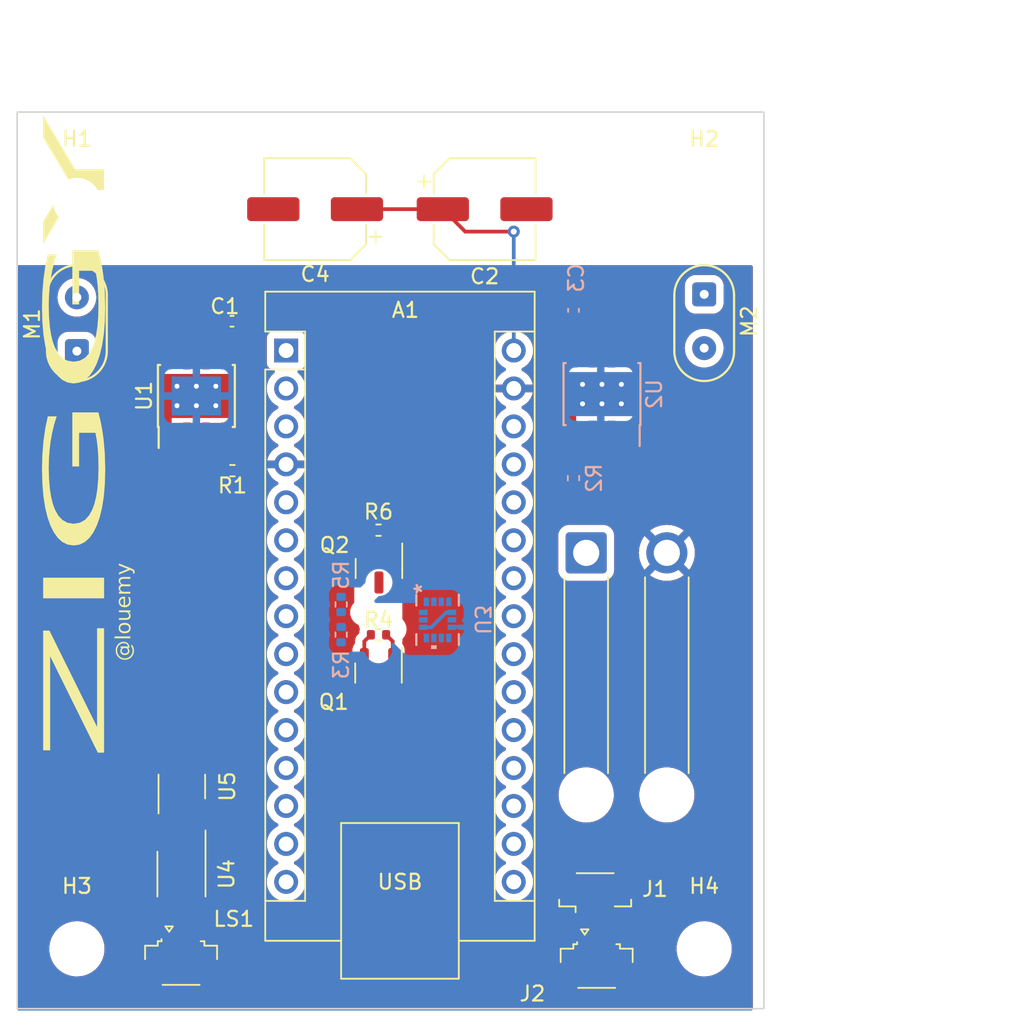
<source format=kicad_pcb>
(kicad_pcb (version 20221018) (generator pcbnew)
  (layers (0 "F.Cu" signal) (31 "B.Cu" signal) (34 "B.Paste" user) (35 "F.Paste" user) (36 "B.SilkS" user "B.Silkscreen") (37 "F.SilkS" user "F.Silkscreen") (38 "B.Mask" user) (39 "F.Mask" user) (44 "Edge.Cuts" user))
  (net 0 "")
  (net 1 "Net-(U1-ILIM)")
  (net 2 "GND")
  (net 3 "Net-(U2-ILIM)")
  (net 4 "+5V")
  (net 5 "SDA")
  (net 6 "+3.3V")
  (net 7 "SDA_3V3")
  (net 8 "SCL")
  (net 9 "SCL_3V3")
  (net 10 "D9 (PWM2)")
  (net 11 "D10 (PWM1)")
  (net 12 "+9V")
  (net 13 "Net-(M1-+)")
  (net 14 "Net-(M1--)")
  (net 15 "D5 (PWM4)")
  (net 16 "D6 (PWM3)")
  (net 17 "Net-(M2-+)")
  (net 18 "Net-(M2--)")
  (net 23 "D3 (PWM5)")
  (net 31 "Top Distance")
  (net 32 "Front Distance")
  (net 45 "Net-(U4-IN+)")
  (net 48 "Net-(U4-OUT+)")
  (net 49 "Net-(U4-OUT-)")
  (footprint "Capacitor_SMD:CP_Elec_6.3x9.9" (layer "F.Cu") (at 177.3 90.5)
    (fp_text reference "C2" (at 0 4.5) (layer "F.SilkS"))
    (fp_text value "22uF/63V")
    (fp_line (start -4.4375 -1.8475) (end -3.65 -1.8475) (stroke (width 0.12)) (layer "F.SilkS"))
    (fp_line (start -4.04375 -2.24125) (end -4.04375 -1.45375) (stroke (width 0.12)) (layer "F.SilkS"))
    (fp_line (start -3.41 -2.345563) (end -3.41 -1.06) (stroke (width 0.12)) (layer "F.SilkS"))
    (fp_line (start -3.41 -2.345563) (end -2.345563 -3.41) (stroke (width 0.12)) (layer "F.SilkS"))
    (fp_line (start -3.41 2.345563) (end -3.41 1.06) (stroke (width 0.12)) (layer "F.SilkS"))
    (fp_line (start -3.41 2.345563) (end -2.345563 3.41) (stroke (width 0.12)) (layer "F.SilkS"))
    (fp_line (start -2.345563 -3.41) (end 3.41 -3.41) (stroke (width 0.12)) (layer "F.SilkS"))
    (fp_line (start -2.345563 3.41) (end 3.41 3.41) (stroke (width 0.12)) (layer "F.SilkS"))
    (fp_line (start 3.41 -3.41) (end 3.41 -1.06) (stroke (width 0.12)) (layer "F.SilkS"))
    (fp_line (start 3.41 3.41) (end 3.41 1.06) (stroke (width 0.12)) (layer "F.SilkS"))
    (pad "1" smd roundrect (at -2.8 0) (size 3.5 1.6) (layers "F.Cu" "F.Paste" "F.Mask") (roundrect_rratio 0.15625) (net 12 "+9V"))
    (pad "2" smd roundrect (at 2.8 0) (size 3.5 1.6) (layers "F.Cu" "F.Paste" "F.Mask") (roundrect_rratio 0.15625) (net 2 "GND"))
  )
  (footprint "MountingHole:MountingHole_3.2mm_M3" (layer "F.Cu") (at 150 140)
    (fp_text reference "H3" (at 0 -4.2) (layer "F.SilkS"))
    (fp_text value "MountingHole")
    (pad "" np_thru_hole circle (at 0 0) (size 3.2 3.2) (drill 3.2) (layers "*.Cu" "*.Mask"))
  )
  (footprint "Package_TO_SOT_SMD:SOT-23-6" (layer "F.Cu") (at 157.025001 129.1375 90)
    (fp_text reference "U5" (at 0 3.050001 90) (layer "F.SilkS"))
    (fp_text value "MCP4725A1T-E/CH")
    (fp_line (start 0 -1.56) (end -1.8 -1.56) (stroke (width 0.12)) (layer "F.SilkS"))
    (fp_line (start 0 -1.56) (end 0.8 -1.56) (stroke (width 0.12)) (layer "F.SilkS"))
    (fp_line (start 0 1.56) (end -0.8 1.56) (stroke (width 0.12)) (layer "F.SilkS"))
    (fp_line (start 0 1.56) (end 0.8 1.56) (stroke (width 0.12)) (layer "F.SilkS"))
    (pad "1" smd roundrect (at -1.1375 -0.95 90) (size 1.325 0.6) (layers "F.Cu" "F.Paste" "F.Mask") (net 45 "Net-(U4-IN+)"))
    (pad "2" smd roundrect (at -1.1375 0 90) (size 1.325 0.6) (layers "F.Cu" "F.Paste" "F.Mask") (net 2 "GND"))
    (pad "3" smd roundrect (at -1.1375 0.95 90) (size 1.325 0.6) (layers "F.Cu" "F.Paste" "F.Mask") (net 4 "+5V"))
    (pad "4" smd roundrect (at 1.1375 0.95 90) (size 1.325 0.6) (layers "F.Cu" "F.Paste" "F.Mask") (net 5 "SDA"))
    (pad "5" smd roundrect (at 1.1375 0 90) (size 1.325 0.6) (layers "F.Cu" "F.Paste" "F.Mask") (net 8 "SCL"))
    (pad "6" smd roundrect (at 1.1375 -0.95 90) (size 1.325 0.6) (layers "F.Cu" "F.Paste" "F.Mask"))
  )
  (footprint "Connector_Wire:SolderWire-1sqmm_1x02_P5.4mm_D1.4mm_OD2.7mm_Relief" (layer "F.Cu") (at 184.099999 113.5)
    (fp_text reference "BT1" hide)
    (fp_text value "Battery")
    (fp_line (start -1.46 1.635) (end -1.46 14.74) (stroke (width 0.12)) (layer "F.SilkS"))
    (fp_line (start 1.46 1.635) (end 1.46 14.74) (stroke (width 0.12)) (layer "F.SilkS"))
    (fp_line (start 3.94 1.635) (end 3.94 14.74) (stroke (width 0.12)) (layer "F.SilkS"))
    (fp_line (start 6.86 1.635) (end 6.86 14.74) (stroke (width 0.12)) (layer "F.SilkS"))
    (pad "" np_thru_hole circle (at 0 16.2) (size 3.2 3.2) (drill 3.2) (layers "*.Cu" "*.Mask"))
    (pad "" np_thru_hole circle (at 5.4 16.2) (size 3.2 3.2) (drill 3.2) (layers "*.Cu" "*.Mask"))
    (pad "1" thru_hole roundrect (at 0 0) (size 2.75 2.75) (drill 1.75) (layers "*.Cu" "*.Mask") (roundrect_rratio 0.090909) (net 12 "+9V"))
    (pad "2" thru_hole circle (at 5.4 0) (size 2.75 2.75) (drill 1.75) (layers "*.Cu" "*.Mask") (net 2 "GND"))
  )
  (footprint "Module:Arduino_Nano" (layer "F.Cu") (at 164.01 99.96)
    (fp_text reference "A1" (at 7.99 -2.71 -360) (layer "F.SilkS"))
    (fp_text value "Arduino_Nano_Every")
    (fp_text user "USB" (at 7.62 35.56 unlocked) (layer "F.SilkS"))
    (fp_line (start -1.4 -3.94) (end -1.4 -1.27) (stroke (width 0.12)) (layer "F.SilkS"))
    (fp_line (start -1.4 1.27) (end -1.4 39.5) (stroke (width 0.12)) (layer "F.SilkS"))
    (fp_line (start -1.4 39.5) (end 3.68 39.5) (stroke (width 0.12)) (layer "F.SilkS"))
    (fp_line (start 1.27 -1.27) (end -1.4 -1.27) (stroke (width 0.12)) (layer "F.SilkS"))
    (fp_line (start 1.27 1.27) (end -1.4 1.27) (stroke (width 0.12)) (layer "F.SilkS"))
    (fp_line (start 1.27 1.27) (end 1.27 -1.27) (stroke (width 0.12)) (layer "F.SilkS"))
    (fp_line (start 1.27 1.27) (end 1.27 36.83) (stroke (width 0.12)) (layer "F.SilkS"))
    (fp_line (start 1.27 36.83) (end -1.4 36.83) (stroke (width 0.12)) (layer "F.SilkS"))
    (fp_line (start 3.68 31.62) (end 11.56 31.62) (stroke (width 0.12)) (layer "F.SilkS"))
    (fp_line (start 3.68 42.04) (end 3.68 31.62) (stroke (width 0.12)) (layer "F.SilkS"))
    (fp_line (start 11.56 31.62) (end 11.56 42.04) (stroke (width 0.12)) (layer "F.SilkS"))
    (fp_line (start 11.56 42.04) (end 3.68 42.04) (stroke (width 0.12)) (layer "F.SilkS"))
    (fp_line (start 13.97 -1.27) (end 13.97 36.83) (stroke (width 0.12)) (layer "F.SilkS"))
    (fp_line (start 13.97 -1.27) (end 16.64 -1.27) (stroke (width 0.12)) (layer "F.SilkS"))
    (fp_line (start 13.97 36.83) (end 16.64 36.83) (stroke (width 0.12)) (layer "F.SilkS"))
    (fp_line (start 16.64 -3.94) (end -1.4 -3.94) (stroke (width 0.12)) (layer "F.SilkS"))
    (fp_line (start 16.64 39.5) (end 11.56 39.5) (stroke (width 0.12)) (layer "F.SilkS"))
    (fp_line (start 16.64 39.5) (end 16.64 -3.94) (stroke (width 0.12)) (layer "F.SilkS"))
    (pad "1" thru_hole rect (at 0 0) (size 1.6 1.6) (drill 1) (layers "*.Cu" "*.Mask"))
    (pad "2" thru_hole oval (at 0 2.54) (size 1.6 1.6) (drill 1) (layers "*.Cu" "*.Mask"))
    (pad "3" thru_hole oval (at 0 5.08) (size 1.6 1.6) (drill 1) (layers "*.Cu" "*.Mask"))
    (pad "4" thru_hole oval (at 0 7.62) (size 1.6 1.6) (drill 1) (layers "*.Cu" "*.Mask") (net 2 "GND"))
    (pad "5" thru_hole oval (at 0 10.16) (size 1.6 1.6) (drill 1) (layers "*.Cu" "*.Mask"))
    (pad "6" thru_hole oval (at 0 12.7) (size 1.6 1.6) (drill 1) (layers "*.Cu" "*.Mask") (net 23 "D3 (PWM5)"))
    (pad "7" thru_hole oval (at 0 15.24) (size 1.6 1.6) (drill 1) (layers "*.Cu" "*.Mask"))
    (pad "8" thru_hole oval (at 0 17.78) (size 1.6 1.6) (drill 1) (layers "*.Cu" "*.Mask") (net 15 "D5 (PWM4)"))
    (pad "9" thru_hole oval (at 0 20.32) (size 1.6 1.6) (drill 1) (layers "*.Cu" "*.Mask") (net 16 "D6 (PWM3)"))
    (pad "10" thru_hole oval (at 0 22.86) (size 1.6 1.6) (drill 1) (layers "*.Cu" "*.Mask"))
    (pad "11" thru_hole oval (at 0 25.4) (size 1.6 1.6) (drill 1) (layers "*.Cu" "*.Mask"))
    (pad "12" thru_hole oval (at 0 27.94) (size 1.6 1.6) (drill 1) (layers "*.Cu" "*.Mask") (net 10 "D9 (PWM2)"))
    (pad "13" thru_hole oval (at 0 30.48) (size 1.6 1.6) (drill 1) (layers "*.Cu" "*.Mask") (net 11 "D10 (PWM1)"))
    (pad "14" thru_hole oval (at 0 33.02) (size 1.6 1.6) (drill 1) (layers "*.Cu" "*.Mask"))
    (pad "15" thru_hole oval (at 0 35.56) (size 1.6 1.6) (drill 1) (layers "*.Cu" "*.Mask"))
    (pad "16" thru_hole oval (at 15.24 35.56) (size 1.6 1.6) (drill 1) (layers "*.Cu" "*.Mask"))
    (pad "17" thru_hole oval (at 15.24 33.02) (size 1.6 1.6) (drill 1) (layers "*.Cu" "*.Mask") (net 6 "+3.3V"))
    (pad "18" thru_hole oval (at 15.24 30.48) (size 1.6 1.6) (drill 1) (layers "*.Cu" "*.Mask"))
    (pad "19" thru_hole oval (at 15.24 27.94) (size 1.6 1.6) (drill 1) (layers "*.Cu" "*.Mask") (net 31 "Top Distance"))
    (pad "20" thru_hole oval (at 15.24 25.4) (size 1.6 1.6) (drill 1) (layers "*.Cu" "*.Mask") (net 32 "Front Distance"))
    (pad "21" thru_hole oval (at 15.24 22.86) (size 1.6 1.6) (drill 1) (layers "*.Cu" "*.Mask"))
    (pad "22" thru_hole oval (at 15.24 20.32) (size 1.6 1.6) (drill 1) (layers "*.Cu" "*.Mask"))
    (pad "23" thru_hole oval (at 15.24 17.78) (size 1.6 1.6) (drill 1) (layers "*.Cu" "*.Mask") (net 5 "SDA"))
    (pad "24" thru_hole oval (at 15.24 15.24) (size 1.6 1.6) (drill 1) (layers "*.Cu" "*.Mask") (net 8 "SCL"))
    (pad "25" thru_hole oval (at 15.24 12.7) (size 1.6 1.6) (drill 1) (layers "*.Cu" "*.Mask"))
    (pad "26" thru_hole oval (at 15.24 10.16) (size 1.6 1.6) (drill 1) (layers "*.Cu" "*.Mask"))
    (pad "27" thru_hole oval (at 15.24 7.62) (size 1.6 1.6) (drill 1) (layers "*.Cu" "*.Mask") (net 4 "+5V"))
    (pad "28" thru_hole oval (at 15.24 5.08) (size 1.6 1.6) (drill 1) (layers "*.Cu" "*.Mask"))
    (pad "29" thru_hole oval (at 15.24 2.54) (size 1.6 1.6) (drill 1) (layers "*.Cu" "*.Mask") (net 2 "GND"))
    (pad "30" thru_hole oval (at 15.24 0) (size 1.6 1.6) (drill 1) (layers "*.Cu" "*.Mask") (net 12 "+9V"))
  )
  (footprint "Capacitor_SMD:C_0402_1005Metric" (layer "F.Cu") (at 160.385 98 180)
    (fp_text reference "C1" (at 0.48 1) (layer "F.SilkS"))
    (fp_text value "0.1uF/50V")
    (fp_line (start -0.107836 -0.36) (end 0.107836 -0.36) (stroke (width 0.12)) (layer "F.SilkS"))
    (fp_line (start -0.107836 0.36) (end 0.107836 0.36) (stroke (width 0.12)) (layer "F.SilkS"))
    (pad "1" smd roundrect (at -0.48 0 180) (size 0.56 0.62) (layers "F.Cu" "F.Paste" "F.Mask") (net 2 "GND"))
    (pad "2" smd roundrect (at 0.48 0 180) (size 0.56 0.62) (layers "F.Cu" "F.Paste" "F.Mask") (net 12 "+9V"))
  )
  (footprint "Connector_JST:JST_SUR_SM03B-SURS-TF_1x03-1MP_P0.80mm_Horizontal" (layer "F.Cu") (at 184.8 141.2)
    (fp_text reference "J2" (at -4.3 1.8) (layer "F.SilkS"))
    (fp_text value "IR Distance Sensor FRONT")
    (fp_line (start -2.41 -1.21) (end -1.56 -1.21) (stroke (width 0.12)) (layer "F.SilkS"))
    (fp_line (start -2.41 -0.31) (end -2.41 -1.21) (stroke (width 0.12)) (layer "F.SilkS"))
    (fp_line (start -1.56 -1.51) (end -1.31 -1.51) (stroke (width 0.12)) (layer "F.SilkS"))
    (fp_line (start -1.56 -1.21) (end -1.56 -1.51) (stroke (width 0.12)) (layer "F.SilkS"))
    (fp_line (start -1.31 -1.51) (end -1.31 -1.65) (stroke (width 0.12)) (layer "F.SilkS"))
    (fp_line (start -1.24 1.41) (end 1.24 1.41) (stroke (width 0.12)) (layer "F.SilkS"))
    (fp_line (start -1.05 -2.503553) (end -0.8 -2.15) (stroke (width 0.12)) (layer "F.SilkS"))
    (fp_line (start -0.8 -2.15) (end -0.55 -2.503553) (stroke (width 0.12)) (layer "F.SilkS"))
    (fp_line (start -0.55 -2.503553) (end -1.05 -2.503553) (stroke (width 0.12)) (layer "F.SilkS"))
    (fp_line (start 1.56 -1.51) (end 1.31 -1.51) (stroke (width 0.12)) (layer "F.SilkS"))
    (fp_line (start 1.56 -1.21) (end 1.56 -1.51) (stroke (width 0.12)) (layer "F.SilkS"))
    (fp_line (start 2.41 -1.21) (end 1.56 -1.21) (stroke (width 0.12)) (layer "F.SilkS"))
    (fp_line (start 2.41 -0.31) (end 2.41 -1.21) (stroke (width 0.12)) (layer "F.SilkS"))
    (pad "1" smd roundrect (at -0.8 -1.15) (size 0.5 1) (layers "F.Cu" "F.Paste" "F.Mask") (net 2 "GND"))
    (pad "2" smd roundrect (at 0 -1.15) (size 0.5 1) (layers "F.Cu" "F.Paste" "F.Mask") (net 6 "+3.3V"))
    (pad "3" smd roundrect (at 0.8 -1.15) (size 0.5 1) (layers "F.Cu" "F.Paste" "F.Mask") (net 32 "Front Distance"))
    (pad "MP" smd roundrect (at -2.1 0.8) (size 1.2 1.7) (layers "F.Cu" "F.Paste" "F.Mask") (roundrect_rratio 0.208333))
    (pad "MP" smd roundrect (at 2.1 0.8) (size 1.2 1.7) (layers "F.Cu" "F.Paste" "F.Mask") (roundrect_rratio 0.208333))
  )
  (footprint "Package_TO_SOT_SMD:SOT-23" (layer "F.Cu") (at 170.1937 121.545 -90)
    (fp_text reference "Q1" (at 1.9375 3 -360) (layer "F.SilkS"))
    (fp_text value "BSS138")
    (fp_line (start 0 -1.56) (end -1.675 -1.56) (stroke (width 0.12)) (layer "F.SilkS"))
    (fp_line (start 0 -1.56) (end 0.65 -1.56) (stroke (width 0.12)) (layer "F.SilkS"))
    (fp_line (start 0 1.56) (end -0.65 1.56) (stroke (width 0.12)) (layer "F.SilkS"))
    (fp_line (start 0 1.56) (end 0.65 1.56) (stroke (width 0.12)) (layer "F.SilkS"))
    (pad "1" smd roundrect (at -0.9375 -0.95 270) (size 1.475 0.6) (layers "F.Cu" "F.Paste" "F.Mask") (net 6 "+3.3V"))
    (pad "2" smd roundrect (at -0.9375 0.95 270) (size 1.475 0.6) (layers "F.Cu" "F.Paste" "F.Mask") (net 7 "SDA_3V3"))
    (pad "3" smd roundrect (at 0.9375 0 270) (size 1.475 0.6) (layers "F.Cu" "F.Paste" "F.Mask") (net 5 "SDA"))
  )
  (footprint "Resistor_SMD:R_0402_1005Metric" (layer "F.Cu") (at 170.193699 111.9825 180)
    (fp_text reference "R6" (at 0 1.2325) (layer "F.SilkS"))
    (fp_text value "10k")
    (fp_line (start -0.153641 -0.38) (end 0.153641 -0.38) (stroke (width 0.12)) (layer "F.SilkS"))
    (fp_line (start -0.153641 0.38) (end 0.153641 0.38) (stroke (width 0.12)) (layer "F.SilkS"))
    (pad "1" smd roundrect (at -0.51 0 180) (size 0.54 0.64) (layers "F.Cu" "F.Paste" "F.Mask") (net 6 "+3.3V"))
    (pad "2" smd roundrect (at 0.51 0 180) (size 0.54 0.64) (layers "F.Cu" "F.Paste" "F.Mask") (net 9 "SCL_3V3"))
  )
  (footprint "Connector_JST:JST_SUR_SM03B-SURS-TF_1x03-1MP_P0.80mm_Horizontal" (layer "F.Cu") (at 156.975 141)
    (fp_text reference "LS1" (at 3.525 -3 180) (layer "F.SilkS"))
    (fp_text value "Speaker")
    (fp_line (start -2.41 -1.21) (end -1.56 -1.21) (stroke (width 0.12)) (layer "F.SilkS"))
    (fp_line (start -2.41 -0.31) (end -2.41 -1.21) (stroke (width 0.12)) (layer "F.SilkS"))
    (fp_line (start -1.56 -1.51) (end -1.31 -1.51) (stroke (width 0.12)) (layer "F.SilkS"))
    (fp_line (start -1.56 -1.21) (end -1.56 -1.51) (stroke (width 0.12)) (layer "F.SilkS"))
    (fp_line (start -1.31 -1.51) (end -1.31 -1.65) (stroke (width 0.12)) (layer "F.SilkS"))
    (fp_line (start -1.24 1.41) (end 1.24 1.41) (stroke (width 0.12)) (layer "F.SilkS"))
    (fp_line (start -1.05 -2.503553) (end -0.8 -2.15) (stroke (width 0.12)) (layer "F.SilkS"))
    (fp_line (start -0.8 -2.15) (end -0.55 -2.503553) (stroke (width 0.12)) (layer "F.SilkS"))
    (fp_line (start -0.55 -2.503553) (end -1.05 -2.503553) (stroke (width 0.12)) (layer "F.SilkS"))
    (fp_line (start 1.56 -1.51) (end 1.31 -1.51) (stroke (width 0.12)) (layer "F.SilkS"))
    (fp_line (start 1.56 -1.21) (end 1.56 -1.51) (stroke (width 0.12)) (layer "F.SilkS"))
    (fp_line (start 2.41 -1.21) (end 1.56 -1.21) (stroke (width 0.12)) (layer "F.SilkS"))
    (fp_line (start 2.41 -0.31) (end 2.41 -1.21) (stroke (width 0.12)) (layer "F.SilkS"))
    (pad "1" smd roundrect (at -0.8 -1.15) (size 0.5 1) (layers "F.Cu" "F.Paste" "F.Mask") (net 48 "Net-(U4-OUT+)"))
    (pad "2" smd roundrect (at 0 -1.15) (size 0.5 1) (layers "F.Cu" "F.Paste" "F.Mask") (net 49 "Net-(U4-OUT-)"))
    (pad "3" smd roundrect (at 0.8 -1.15) (size 0.5 1) (layers "F.Cu" "F.Paste" "F.Mask"))
    (pad "MP" smd roundrect (at -2.1 0.8) (size 1.2 1.7) (layers "F.Cu" "F.Paste" "F.Mask") (roundrect_rratio 0.208333))
    (pad "MP" smd roundrect (at 2.1 0.8) (size 1.2 1.7) (layers "F.Cu" "F.Paste" "F.Mask") (roundrect_rratio 0.208333))
  )
  (footprint "Connector_Wire:SolderWire-0.1sqmm_1x02_P3.6mm_D0.4mm_OD1mm" (layer "F.Cu") (at 192 96.2 -90)
    (fp_text reference "M2" (at 1.8 -3 90) (layer "F.SilkS"))
    (fp_text value "Left Motor")
    (pad "1" thru_hole roundrect (at 0 0 270) (size 1.6 1.6) (drill 0.6) (layers "*.Cu" "*.Mask") (roundrect_rratio 0.15625) (net 17 "Net-(M2-+)"))
    (pad "2" thru_hole circle (at 3.6 0 270) (size 1.6 1.6) (drill 0.6) (layers "*.Cu" "*.Mask") (net 18 "Net-(M2--)"))
  )
  (footprint "MountingHole:MountingHole_3.2mm_M3" (layer "F.Cu") (at 192 90)
    (fp_text reference "H2" (at 0 -4.2) (layer "F.SilkS"))
    (fp_text value "MountingHole")
    (pad "" np_thru_hole circle (at 0 0) (size 3.2 3.2) (drill 3.2) (layers "*.Cu" "*.Mask"))
  )
  (footprint "Resistor_SMD:R_0402_1005Metric" (layer "F.Cu") (at 160.415 108)
    (fp_text reference "R1" (at 0 1) (layer "F.SilkS"))
    (fp_text value "30k")
    (fp_line (start -0.153641 -0.38) (end 0.153641 -0.38) (stroke (width 0.12)) (layer "F.SilkS"))
    (fp_line (start -0.153641 0.38) (end 0.153641 0.38) (stroke (width 0.12)) (layer "F.SilkS"))
    (pad "1" smd roundrect (at -0.51 0) (size 0.54 0.64) (layers "F.Cu" "F.Paste" "F.Mask") (net 1 "Net-(U1-ILIM)"))
    (pad "2" smd roundrect (at 0.51 0) (size 0.54 0.64) (layers "F.Cu" "F.Paste" "F.Mask") (net 2 "GND"))
  )
  (footprint "Connector_JST:JST_SUR_BM03B-SURS-TF_1x03-1MP_P0.80mm_Vertical" (layer "F.Cu") (at 184.7 136.15)
    (fp_text reference "J1" (at 4 -0.15) (layer "F.SilkS"))
    (fp_text value "IR Distance Sensor TOP")
    (fp_line (start -2.41 0.56) (end -2.41 1.01) (stroke (width 0.12)) (layer "F.SilkS"))
    (fp_line (start -2.41 1.01) (end -1.31 1.01) (stroke (width 0.12)) (layer "F.SilkS"))
    (fp_line (start -1.31 1.01) (end -1.31 1.4) (stroke (width 0.12)) (layer "F.SilkS"))
    (fp_line (start -1.24 -1.21) (end 1.24 -1.21) (stroke (width 0.12)) (layer "F.SilkS"))
    (fp_line (start 2.41 0.56) (end 2.41 1.01) (stroke (width 0.12)) (layer "F.SilkS"))
    (fp_line (start 2.41 1.01) (end 1.31 1.01) (stroke (width 0.12)) (layer "F.SilkS"))
    (pad "1" smd roundrect (at -0.8 0.85) (size 0.5 1.1) (layers "F.Cu" "F.Paste" "F.Mask") (net 2 "GND"))
    (pad "2" smd roundrect (at 0 0.85) (size 0.5 1.1) (layers "F.Cu" "F.Paste" "F.Mask") (net 6 "+3.3V"))
    (pad "3" smd roundrect (at 0.8 0.85) (size 0.5 1.1) (layers "F.Cu" "F.Paste" "F.Mask") (net 31 "Top Distance"))
    (pad "MP" smd roundrect (at -2.1 -0.55) (size 1.2 1.7) (layers "F.Cu" "F.Paste" "F.Mask") (roundrect_rratio 0.208333))
    (pad "MP" smd roundrect (at 2.1 -0.55) (size 1.2 1.7) (layers "F.Cu" "F.Paste" "F.Mask") (roundrect_rratio 0.208333))
  )
  (footprint "Resistor_SMD:R_0402_1005Metric" (layer "F.Cu") (at 170.1937 118.9825 180)
    (fp_text reference "R4" (at 0 1) (layer "F.SilkS"))
    (fp_text value "10k")
    (fp_line (start -0.153641 -0.38) (end 0.153641 -0.38) (stroke (width 0.12)) (layer "F.SilkS"))
    (fp_line (start -0.153641 0.38) (end 0.153641 0.38) (stroke (width 0.12)) (layer "F.SilkS"))
    (pad "1" smd roundrect (at -0.51 0 180) (size 0.54 0.64) (layers "F.Cu" "F.Paste" "F.Mask") (net 6 "+3.3V"))
    (pad "2" smd roundrect (at 0.51 0 180) (size 0.54 0.64) (layers "F.Cu" "F.Paste" "F.Mask") (net 7 "SDA_3V3"))
  )
  (footprint "Connector_Wire:SolderWire-0.1sqmm_1x02_P3.6mm_D0.4mm_OD1mm" (layer "F.Cu") (at 150 100 90)
    (fp_text reference "M1" (at 1.8 -3 90) (layer "F.SilkS"))
    (fp_text value "Left Motor")
    (pad "1" thru_hole roundrect (at 0 0 90) (size 1.6 1.6) (drill 0.6) (layers "*.Cu" "*.Mask") (roundrect_rratio 0.15625) (net 13 "Net-(M1-+)"))
    (pad "2" thru_hole circle (at 3.6 0 90) (size 1.6 1.6) (drill 0.6) (layers "*.Cu" "*.Mask") (net 14 "Net-(M1--)"))
  )
  (footprint "MountingHole:MountingHole_3.2mm_M3" (layer "F.Cu") (at 192 140)
    (fp_text reference "H4" (at 0 -4.2) (layer "F.SilkS"))
    (fp_text value "MountingHole")
    (pad "" np_thru_hole circle (at 0 0) (size 3.2 3.2) (drill 3.2) (layers "*.Cu" "*.Mask"))
  )
  (footprint "Package_SO:MSOP-8_3x3mm_P0.65mm" (layer "F.Cu") (at 157 135 -90)
    (fp_text reference "U4" (at 0 -3.025 90) (layer "F.SilkS"))
    (fp_text value "PAM8302AAS")
    (fp_line (start 0 -1.61) (end -2.925 -1.61) (stroke (width 0.12)) (layer "F.SilkS"))
    (fp_line (start 0 -1.61) (end 1.5 -1.61) (stroke (width 0.12)) (layer "F.SilkS"))
    (fp_line (start 0 1.61) (end -1.5 1.61) (stroke (width 0.12)) (layer "F.SilkS"))
    (fp_line (start 0 1.61) (end 1.5 1.61) (stroke (width 0.12)) (layer "F.SilkS"))
    (pad "1" smd roundrect (at -2.1125 -0.975 270) (size 1.625 0.4) (layers "F.Cu" "F.Paste" "F.Mask") (net 4 "+5V"))
    (pad "2" smd roundrect (at -2.1125 -0.325 270) (size 1.625 0.4) (layers "F.Cu" "F.Paste" "F.Mask"))
    (pad "3" smd roundrect (at -2.1125 0.325 270) (size 1.625 0.4) (layers "F.Cu" "F.Paste" "F.Mask") (net 45 "Net-(U4-IN+)"))
    (pad "4" smd roundrect (at -2.1125 0.975 270) (size 1.625 0.4) (layers "F.Cu" "F.Paste" "F.Mask") (net 2 "GND"))
    (pad "5" smd roundrect (at 2.1125 0.975 270) (size 1.625 0.4) (layers "F.Cu" "F.Paste" "F.Mask") (net 48 "Net-(U4-OUT+)"))
    (pad "6" smd roundrect (at 2.1125 0.325 270) (size 1.625 0.4) (layers "F.Cu" "F.Paste" "F.Mask") (net 4 "+5V"))
    (pad "7" smd roundrect (at 2.1125 -0.325 270) (size 1.625 0.4) (layers "F.Cu" "F.Paste" "F.Mask") (net 2 "GND"))
    (pad "8" smd roundrect (at 2.1125 -0.975 270) (size 1.625 0.4) (layers "F.Cu" "F.Paste" "F.Mask") (net 49 "Net-(U4-OUT-)"))
  )
  (footprint "MountingHole:MountingHole_3.2mm_M3" (layer "F.Cu") (at 150 90)
    (fp_text reference "H1" (at 0 -4.2) (layer "F.SilkS"))
    (fp_text value "MountingHole")
    (pad "" np_thru_hole circle (at 0 0) (size 3.2 3.2) (drill 3.2) (layers "*.Cu" "*.Mask"))
  )
  (footprint "Package_TO_SOT_SMD:SOT-23" (layer "F.Cu") (at 170.2237 114.545 -90)
    (fp_text reference "Q2" (at -1.5625 2.97 -360) (layer "F.SilkS"))
    (fp_text value "BSS138")
    (fp_line (start 0 -1.56) (end -1.675 -1.56) (stroke (width 0.12)) (layer "F.SilkS"))
    (fp_line (start 0 -1.56) (end 0.65 -1.56) (stroke (width 0.12)) (layer "F.SilkS"))
    (fp_line (start 0 1.56) (end -0.65 1.56) (stroke (width 0.12)) (layer "F.SilkS"))
    (fp_line (start 0 1.56) (end 0.65 1.56) (stroke (width 0.12)) (layer "F.SilkS"))
    (pad "1" smd roundrect (at -0.9375 -0.95 270) (size 1.475 0.6) (layers "F.Cu" "F.Paste" "F.Mask") (net 6 "+3.3V"))
    (pad "2" smd roundrect (at -0.9375 0.95 270) (size 1.475 0.6) (layers "F.Cu" "F.Paste" "F.Mask") (net 9 "SCL_3V3"))
    (pad "3" smd roundrect (at 0.9375 0 270) (size 1.475 0.6) (layers "F.Cu" "F.Paste" "F.Mask") (net 8 "SCL"))
  )
  (footprint "Capacitor_SMD:CP_Elec_6.3x9.9" (layer "F.Cu") (at 165.95 90.5 180)
    (fp_text reference "C4" (at 0 -4.35) (layer "F.SilkS"))
    (fp_text value "22uF/63V")
    (fp_line (start -4.4375 -1.8475) (end -3.65 -1.8475) (stroke (width 0.12)) (layer "F.SilkS"))
    (fp_line (start -4.04375 -2.24125) (end -4.04375 -1.45375) (stroke (width 0.12)) (layer "F.SilkS"))
    (fp_line (start -3.41 -2.345563) (end -3.41 -1.06) (stroke (width 0.12)) (layer "F.SilkS"))
    (fp_line (start -3.41 -2.345563) (end -2.345563 -3.41) (stroke (width 0.12)) (layer "F.SilkS"))
    (fp_line (start -3.41 2.345563) (end -3.41 1.06) (stroke (width 0.12)) (layer "F.SilkS"))
    (fp_line (start -3.41 2.345563) (end -2.345563 3.41) (stroke (width 0.12)) (layer "F.SilkS"))
    (fp_line (start -2.345563 -3.41) (end 3.41 -3.41) (stroke (width 0.12)) (layer "F.SilkS"))
    (fp_line (start -2.345563 3.41) (end 3.41 3.41) (stroke (width 0.12)) (layer "F.SilkS"))
    (fp_line (start 3.41 -3.41) (end 3.41 -1.06) (stroke (width 0.12)) (layer "F.SilkS"))
    (fp_line (start 3.41 3.41) (end 3.41 1.06) (stroke (width 0.12)) (layer "F.SilkS"))
    (pad "1" smd roundrect (at -2.8 0 180) (size 3.5 1.6) (layers "F.Cu" "F.Paste" "F.Mask") (roundrect_rratio 0.15625) (net 12 "+9V"))
    (pad "2" smd roundrect (at 2.8 0 180) (size 3.5 1.6) (layers "F.Cu" "F.Paste" "F.Mask") (roundrect_rratio 0.15625) (net 2 "GND"))
  )
  (footprint "Package_SO:Texas_HTSOP-8-1EP_3.9x4.9mm_P1.27mm_EP2.95x4.9mm_Mask2.4x3.1mm_ThermalVias" (layer "F.Cu") (at 158 103 90)
    (fp_text reference "U1" (at 0 -3.5 90) (layer "F.SilkS"))
    (fp_text value "DRV8871DDA")
    (fp_line (start -2.075 -2.575) (end -2.075 -2.525) (stroke (width 0.15)) (layer "F.SilkS"))
    (fp_line (start -2.075 -2.575) (end 2.075 -2.575) (stroke (width 0.15)) (layer "F.SilkS"))
    (fp_line (start -2.075 -2.525) (end -3.475 -2.525) (stroke (width 0.15)) (layer "F.SilkS"))
    (fp_line (start -2.075 2.575) (end -2.075 2.43) (stroke (width 0.15)) (layer "F.SilkS"))
    (fp_line (start -2.075 2.575) (end 2.075 2.575) (stroke (width 0.15)) (layer "F.SilkS"))
    (fp_line (start 2.075 -2.575) (end 2.075 -2.43) (stroke (width 0.15)) (layer "F.SilkS"))
    (fp_line (start 2.075 2.575) (end 2.075 2.43) (stroke (width 0.15)) (layer "F.SilkS"))
    (pad "1" smd rect (at -2.875 -1.905 90) (size 2.2 0.5) (layers "F.Cu" "F.Paste" "F.Mask") (net 2 "GND"))
    (pad "2" smd rect (at -2.875 -0.635 90) (size 2.2 0.5) (layers "F.Cu" "F.Paste" "F.Mask") (net 10 "D9 (PWM2)"))
    (pad "3" smd rect (at -2.875 0.635 90) (size 2.2 0.5) (layers "F.Cu" "F.Paste" "F.Mask") (net 11 "D10 (PWM1)"))
    (pad "4" smd rect (at -2.875 1.905 90) (size 2.2 0.5) (layers "F.Cu" "F.Paste" "F.Mask") (net 1 "Net-(U1-ILIM)"))
    (pad "5" smd rect (at 2.875 1.905 90) (size 2.2 0.5) (layers "F.Cu" "F.Paste" "F.Mask") (net 12 "+9V"))
    (pad "6" smd rect (at 2.875 0.635 90) (size 2.2 0.5) (layers "F.Cu" "F.Paste" "F.Mask") (net 13 "Net-(M1-+)"))
    (pad "7" smd rect (at 2.875 -0.635 90) (size 2.2 0.5) (layers "F.Cu" "F.Paste" "F.Mask") (net 2 "GND"))
    (pad "8" smd rect (at 2.875 -1.905 90) (size 2.2 0.5) (layers "F.Cu" "F.Paste" "F.Mask") (net 14 "Net-(M1--)"))
    (pad "9" thru_hole circle (at -0.65 -1.3 90) (size 0.63 0.63) (drill 0.33) (layers "*.Cu" "*.Mask") (net 2 "GND"))
    (pad "9" thru_hole circle (at -0.65 0 90) (size 0.63 0.63) (drill 0.33) (layers "*.Cu" "*.Mask") (net 2 "GND"))
    (pad "9" thru_hole circle (at -0.65 1.3 90) (size 0.63 0.63) (drill 0.33) (layers "*.Cu" "*.Mask") (net 2 "GND"))
    (pad "9" smd rect (at 0 0 90) (size 2.6 3.3) (layers "B.Cu") (net 2 "GND"))
    (pad "9" smd rect (at 0 0 90) (size 2.95 4.9) (layers "F.Cu") (net 2 "GND"))
    (pad "9" thru_hole circle (at 0.65 -1.3 90) (size 0.63 0.63) (drill 0.33) (layers "*.Cu" "*.Mask") (net 2 "GND"))
    (pad "9" thru_hole circle (at 0.65 0 90) (size 0.63 0.63) (drill 0.33) (layers "*.Cu" "*.Mask") (net 2 "GND"))
    (pad "9" thru_hole circle (at 0.65 1.3 90) (size 0.63 0.63) (drill 0.33) (layers "*.Cu" "*.Mask") (net 2 "GND"))
  )
  (footprint "Capacitor_SMD:C_0402_1005Metric" (layer "B.Cu") (at 183.25 97.27 -90)
    (fp_text reference "C3" (at -2.171651 -0.176777 90) (layer "B.SilkS") (effects (justify mirror)))
    (fp_text value "0.1uF/50V")
    (fp_line (start -0.107836 -0.36) (end 0.107836 -0.36) (stroke (width 0.12)) (layer "B.SilkS"))
    (fp_line (start -0.107836 0.36) (end 0.107836 0.36) (stroke (width 0.12)) (layer "B.SilkS"))
    (pad "1" smd roundrect (at -0.48 0 270) (size 0.56 0.62) (layers "B.Cu" "B.Paste" "B.Mask") (net 2 "GND"))
    (pad "2" smd roundrect (at 0.48 0 270) (size 0.56 0.62) (layers "B.Cu" "B.Paste" "B.Mask") (net 12 "+9V"))
  )
  (footprint "Resistor_SMD:R_0402_1005Metric" (layer "B.Cu") (at 183.25 108.5 -90)
    (fp_text reference "R2" (at 0 -1.375 -270) (layer "B.SilkS") (effects (justify mirror)))
    (fp_text value "30k")
    (fp_line (start -0.153641 -0.38) (end 0.153641 -0.38) (stroke (width 0.12)) (layer "B.SilkS"))
    (fp_line (start -0.153641 0.38) (end 0.153641 0.38) (stroke (width 0.12)) (layer "B.SilkS"))
    (pad "1" smd roundrect (at -0.51 0 270) (size 0.54 0.64) (layers "B.Cu" "B.Paste" "B.Mask") (net 3 "Net-(U2-ILIM)"))
    (pad "2" smd roundrect (at 0.51 0 270) (size 0.54 0.64) (layers "B.Cu" "B.Paste" "B.Mask") (net 2 "GND"))
  )
  (footprint "Package_SO:Texas_HTSOP-8-1EP_3.9x4.9mm_P1.27mm_EP2.95x4.9mm_Mask2.4x3.1mm_ThermalVias" (layer "B.Cu") (at 185.155 102.875 90)
    (fp_text reference "U2" (at 0 3.5 90) (layer "B.SilkS") (effects (justify mirror)))
    (fp_text value "DRV8871DDA")
    (fp_line (start -2.075 -2.575) (end -2.075 -2.43) (stroke (width 0.15)) (layer "B.SilkS"))
    (fp_line (start -2.075 -2.575) (end 2.075 -2.575) (stroke (width 0.15)) (layer "B.SilkS"))
    (fp_line (start -2.075 2.525) (end -3.475 2.525) (stroke (width 0.15)) (layer "B.SilkS"))
    (fp_line (start -2.075 2.575) (end -2.075 2.525) (stroke (width 0.15)) (layer "B.SilkS"))
    (fp_line (start -2.075 2.575) (end 2.075 2.575) (stroke (width 0.15)) (layer "B.SilkS"))
    (fp_line (start 2.075 -2.575) (end 2.075 -2.43) (stroke (width 0.15)) (layer "B.SilkS"))
    (fp_line (start 2.075 2.575) (end 2.075 2.43) (stroke (width 0.15)) (layer "B.SilkS"))
    (pad "1" smd rect (at -2.875 1.905 90) (size 2.2 0.5) (layers "B.Cu" "B.Paste" "B.Mask") (net 2 "GND"))
    (pad "2" smd rect (at -2.875 0.635 90) (size 2.2 0.5) (layers "B.Cu" "B.Paste" "B.Mask") (net 15 "D5 (PWM4)"))
    (pad "3" smd rect (at -2.875 -0.635 90) (size 2.2 0.5) (layers "B.Cu" "B.Paste" "B.Mask") (net 16 "D6 (PWM3)"))
    (pad "4" smd rect (at -2.875 -1.905 90) (size 2.2 0.5) (layers "B.Cu" "B.Paste" "B.Mask") (net 3 "Net-(U2-ILIM)"))
    (pad "5" smd rect (at 2.875 -1.905 90) (size 2.2 0.5) (layers "B.Cu" "B.Paste" "B.Mask") (net 12 "+9V"))
    (pad "6" smd rect (at 2.875 -0.635 90) (size 2.2 0.5) (layers "B.Cu" "B.Paste" "B.Mask") (net 17 "Net-(M2-+)"))
    (pad "7" smd rect (at 2.875 0.635 90) (size 2.2 0.5) (layers "B.Cu" "B.Paste" "B.Mask") (net 2 "GND"))
    (pad "8" smd rect (at 2.875 1.905 90) (size 2.2 0.5) (layers "B.Cu" "B.Paste" "B.Mask") (net 18 "Net-(M2--)"))
    (pad "9" thru_hole circle (at -0.65 -1.3 90) (size 0.63 0.63) (drill 0.33) (layers "*.Cu" "*.Mask") (net 2 "GND"))
    (pad "9" thru_hole circle (at -0.65 0 90) (size 0.63 0.63) (drill 0.33) (layers "*.Cu" "*.Mask") (net 2 "GND"))
    (pad "9" thru_hole circle (at -0.65 1.3 90) (size 0.63 0.63) (drill 0.33) (layers "*.Cu" "*.Mask") (net 2 "GND"))
    (pad "9" smd rect (at 0 0 90) (size 2.6 3.3) (layers "F.Cu") (net 2 "GND"))
    (pad "9" smd rect (at 0 0 90) (size 2.95 4.9) (layers "B.Cu") (net 2 "GND"))
    (pad "9" thru_hole circle (at 0.65 -1.3 90) (size 0.63 0.63) (drill 0.33) (layers "*.Cu" "*.Mask") (net 2 "GND"))
    (pad "9" thru_hole circle (at 0.65 0 90) (size 0.63 0.63) (drill 0.33) (layers "*.Cu" "*.Mask") (net 2 "GND"))
    (pad "9" thru_hole circle (at 0.65 1.3 90) (size 0.63 0.63) (drill 0.33) (layers "*.Cu" "*.Mask") (net 2 "GND"))
  )
  (footprint "Resistor_SMD:R_0402_1005Metric" (layer "B.Cu") (at 167.6937 118.972501 -90)
    (fp_text reference "R3" (at 2.009999 0 -270) (layer "B.SilkS") (effects (justify mirror)))
    (fp_text value "10k")
    (fp_line (start -0.153641 -0.38) (end 0.153641 -0.38) (stroke (width 0.12)) (layer "B.SilkS"))
    (fp_line (start -0.153641 0.38) (end 0.153641 0.38) (stroke (width 0.12)) (layer "B.SilkS"))
    (pad "1" smd roundrect (at -0.51 0 270) (size 0.54 0.64) (layers "B.Cu" "B.Paste" "B.Mask") (net 4 "+5V"))
    (pad "2" smd roundrect (at 0.51 0 270) (size 0.54 0.64) (layers "B.Cu" "B.Paste" "B.Mask") (net 5 "SDA"))
  )
  (footprint "2023-05-29_21-13-04:LGA-14L_STM" (layer "B.Cu") (at 174.15 117.9825 -90)
    (fp_text reference "U3" (at 0 -3 -90 unlocked) (layer "B.SilkS") (effects (justify mirror)))
    (fp_text value "LSM6DSOXTR")
    (fp_text user "*" (at -2.0828 1 90 unlocked) (layer "B.SilkS") (effects (justify mirror)))
    (fp_text user "*" (at -2.0828 1 -270) (layer "B.SilkS") (effects (justify mirror)))
    (fp_line (start -1.6764 -1.4224) (end -0.957013 -1.4224) (stroke (width 0.1524)) (layer "B.SilkS"))
    (fp_line (start -0.957013 1.4224) (end -1.6764 1.4224) (stroke (width 0.1524)) (layer "B.SilkS"))
    (fp_line (start 0.957013 -1.4224) (end 1.6764 -1.4224) (stroke (width 0.1524)) (layer "B.SilkS"))
    (fp_line (start 1.6764 1.4224) (end 0.957013 1.4224) (stroke (width 0.1524)) (layer "B.SilkS"))
    (fp_poly (pts (xy 1.9558 0.4405) (xy 1.9558 0.059499) (xy 1.7018 0.059499) (xy 1.7018 0.4405)) (fill solid) (layer "B.SilkS"))
    (pad "1" smd rect (at -1.2103 0.750001 180) (size 0.351536 0.57658) (layers "B.Cu" "B.Paste" "B.Mask"))
    (pad "2" smd rect (at -1.2103 0.25 180) (size 0.351536 0.57658) (layers "B.Cu" "B.Paste" "B.Mask"))
    (pad "3" smd rect (at -1.2103 -0.25 180) (size 0.351536 0.57658) (layers "B.Cu" "B.Paste" "B.Mask"))
    (pad "4" smd rect (at -1.2103 -0.750001 180) (size 0.351536 0.57658) (layers "B.Cu" "B.Paste" "B.Mask"))
    (pad "5" smd rect (at -0.499999 -0.9563 270) (size 0.351536 0.57658) (layers "B.Cu" "B.Paste" "B.Mask") (net 6 "+3.3V"))
    (pad "6" smd rect (at 0 -0.9563 270) (size 0.351536 0.57658) (layers "B.Cu" "B.Paste" "B.Mask") (net 2 "GND"))
    (pad "7" smd rect (at 0.499999 -0.9563 270) (size 0.351536 0.57658) (layers "B.Cu" "B.Paste" "B.Mask") (net 2 "GND"))
    (pad "8" smd rect (at 1.2103 -0.750001 180) (size 0.351536 0.57658) (layers "B.Cu" "B.Paste" "B.Mask") (net 6 "+3.3V"))
    (pad "9" smd rect (at 1.2103 -0.25 180) (size 0.351536 0.57658) (layers "B.Cu" "B.Paste" "B.Mask"))
    (pad "10" smd rect (at 1.2103 0.25 180) (size 0.351536 0.57658) (layers "B.Cu" "B.Paste" "B.Mask"))
    (pad "11" smd rect (at 1.2103 0.750001 180) (size 0.351536 0.57658) (layers "B.Cu" "B.Paste" "B.Mask"))
    (pad "12" smd rect (at 0.499999 0.9563 270) (size 0.351536 0.57658) (layers "B.Cu" "B.Paste" "B.Mask") (net 6 "+3.3V"))
    (pad "13" smd rect (at 0 0.9563 270) (size 0.351536 0.57658) (layers "B.Cu" "B.Paste" "B.Mask") (net 7 "SDA_3V3"))
    (pad "14" smd rect (at -0.499999 0.9563 270) (size 0.351536 0.57658) (layers "B.Cu" "B.Paste" "B.Mask") (net 9 "SCL_3V3"))
  )
  (footprint "Resistor_SMD:R_0402_1005Metric" (layer "B.Cu") (at 167.6937 116.952504 90)
    (fp_text reference "R5" (at 1.970004 0 -270) (layer "B.SilkS") (effects (justify mirror)))
    (fp_text value "10k")
    (fp_line (start -0.153641 -0.38) (end 0.153641 -0.38) (stroke (width 0.12)) (layer "B.SilkS"))
    (fp_line (start -0.153641 0.38) (end 0.153641 0.38) (stroke (width 0.12)) (layer "B.SilkS"))
    (pad "1" smd roundrect (at -0.51 0 90) (size 0.54 0.64) (layers "B.Cu" "B.Paste" "B.Mask") (net 4 "+5V"))
    (pad "2" smd roundrect (at 0.51 0 90) (size 0.54 0.64) (layers "B.Cu" "B.Paste" "B.Mask") (net 8 "SCL"))
  )
  (gr_arc (start 190 96.25) (mid 192 94.25) (end 194 96.25) (stroke (width 0.15)) (layer "F.SilkS"))
  (gr_line (start 194 96.25) (end 194.000001 100) (stroke (width 0.15)) (layer "F.SilkS"))
  (gr_line (start 152 96.25) (end 152.000001 100) (stroke (width 0.15)) (layer "F.SilkS"))
  (gr_arc (start 152.000001 100) (mid 150 102.000001) (end 147.999999 100) (stroke (width 0.15)) (layer "F.SilkS"))
  (gr_arc (start 148 96.25) (mid 150 94.25) (end 152 96.25) (stroke (width 0.15)) (layer "F.SilkS"))
  (gr_line (start 148 96.25) (end 147.999999 100) (stroke (width 0.15)) (layer "F.SilkS"))
  (gr_line (start 190 96.25) (end 189.999999 100) (stroke (width 0.15)) (layer "F.SilkS"))
  (gr_arc (start 194.000001 100) (mid 192 102.000001) (end 189.999999 100) (stroke (width 0.15)) (layer "F.SilkS"))
  (gr_rect (start 146 84) (end 196 144) (stroke (width 0.1)) (fill none) (layer "Edge.Cuts"))
  (gr_text "@louemy" (at 153.75 120.75 90) (layer "F.SilkS") (effects (font (size 1 1)) (justify left bottom)))
  (gr_text "ZIGGY" (at 152.5 127.5 90) (layer "F.SilkS") (effects (font (size 4 10)) (justify left bottom)))
  (segment (start 171.1737 112.452501) (end 170.703699 111.9825) (width 0.25) (layer "F.Cu") (net 6))
  (segment (start 171.1437 120.6075) (end 171.1437 119.4225) (width 0.25) (layer "F.Cu") (net 6))
  (segment (start 171.1437 119.4225) (end 170.7037 118.9825) (width 0.25) (layer "F.Cu") (net 6))
  (segment (start 171.1737 113.6075) (end 171.1737 112.452501) (width 0.25) (layer "F.Cu") (net 6))
  (segment (start 174.731988 117.482501) (end 175.1063 117.482501) (width 0.25) (layer "B.Cu") (net 6))
  (segment (start 173.1937 118.482499) (end 173.73199 118.482499) (width 0.25) (layer "B.Cu") (net 6))
  (segment (start 173.73199 118.482499) (end 174.731988 117.482501) (width 0.25) (layer "B.Cu") (net 6))
  (segment (start 169.2437 120.6075) (end 169.2437 119.4225) (width 0.25) (layer "F.Cu") (net 7))
  (segment (start 169.2437 119.4225) (end 169.6837 118.9825) (width 0.25) (layer "F.Cu") (net 7))
  (segment (start 169.2737 113.6075) (end 169.2737 112.392499) (width 0.25) (layer "F.Cu") (net 9))
  (segment (start 169.2737 112.392499) (end 169.683699 111.9825) (width 0.25) (layer "F.Cu") (net 9))
  (segment (start 168.75 90.5) (end 174.5 90.5) (width 0.25) (layer "F.Cu") (net 12))
  (segment (start 176 92) (end 174.5 90.5) (width 0.25) (layer "F.Cu") (net 12))
  (segment (start 179.25 92) (end 176 92) (width 0.25) (layer "F.Cu") (net 12))
  (via (at 179.25 92) (size 0.8) (drill 0.4) (layers "F.Cu" "B.Cu") (net 12))
  (segment (start 179.25 97.75) (end 179.25 99.96) (width 0.25) (layer "B.Cu") (net 12))
  (segment (start 179.25 97.75) (end 179.25 92) (width 0.25) (layer "B.Cu") (net 12))
  (zone (net 2) (net_name "GND") (layer "F.Cu") (connect_pads (clearance 0.5)) (min_thickness 0.25) (fill yes (thermal_gap 0.5) (thermal_bridge_width 0.5))
    (polygon (pts (xy 145.25 94.25) (xy 195.25 94.25) (xy 195.25 144.25) (xy 145.25 144.25)))
  )
  (zone (net 2) (net_name "GND") (layers "F&B.Cu") (connect_pads (clearance 0.5)) (min_thickness 0.25) (fill yes (thermal_gap 0.5) (thermal_bridge_width 0.5))
    (polygon (pts (xy 145.25 94.25) (xy 195.25 94.25) (xy 195.25 144.25) (xy 145.25 144.25)))
  )
)
</source>
